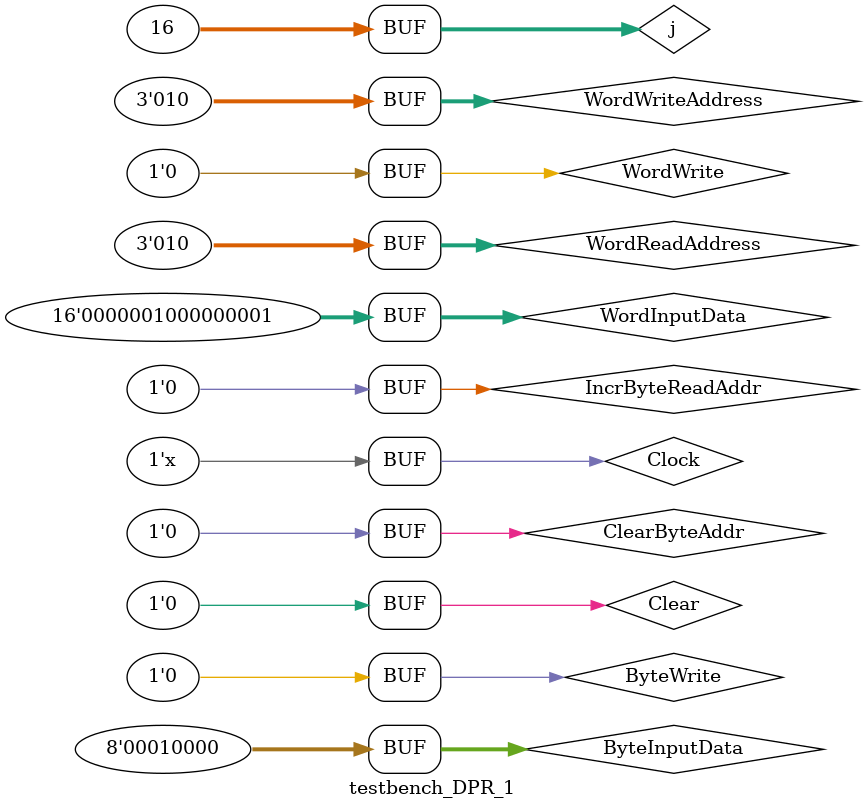
<source format=v>

/*
    testbench_DPR_1 - testbench for Dual Port RAM
*/    

/*
	Simulation system asserts hard "Clear" for first 100ns
*/	

`timescale 1ns / 1ps

module testbench_DPR_1;

    localparam l2depth = 3; // (2 ^ l2depth) = number of words (not bytes) stored
	
    localparam l2width = 1; // 2 => 4 bytes, 32 bits
	                        // 1 => 2 bytes, 16 bits
							// 0 => 1 byte,   8 bits
							
    localparam WC = (1 << l2depth); // word count
    localparam BC = (1 << l2depth) * (1 << l2width); // byte count
    							
    reg Clock = 0;
	reg Clear = 0;
	
    reg  [8 * (1 << l2width) - 1 : 0] WordInputData = 32'h0201;
    wire [8 * (1 << l2width) - 1 : 0] WordOutputData;

	reg [l2depth - 1 : 0] WordReadAddress;
	reg [l2depth - 1 : 0] WordWriteAddress;

    reg  WordWrite = 0;
    wire SWordWrite;

    reg  [7:0] ByteInputData = 8'h10;
    wire [7:0] ByteOutputData;

    reg  ByteWrite = 0;
    wire SByteWrite;
    
    reg  IncrByteReadAddr = 0;
    wire SIncrByteReadAddr;
    
    wire Last;

    reg  ClearByteAddr = 0;
    wire SClearByteAddr;

	DualPortRAM #(.L2Width (l2width), .L2Depth (l2depth))
              U1 (.Clk (Clock),
				  .ByteWriteData  (ByteInputData),
				  .ByteWriteCycle (SByteWrite),
				  .ByteReadData   (ByteOutputData),
				  .IncrByteAddr   (SIncrByteReadAddr),
				  .ClearByteAddr  (SClearByteAddr),
				  .LastAddr       (Last),
				  .WordWriteData  (WordInputData),
		          .WordWriteCycle (SWordWrite),
				  .WordWriteAddr  (WordWriteAddress),
			      .WordReadData   (WordOutputData),
				  .WordReadAddr   (WordReadAddress));
                      
    SyncOneShot U2 (.trigger (ByteWrite),        .clk (Clock), .clr (Clear), .Q (SByteWrite)), 
                U3 (.trigger (IncrByteReadAddr), .clk (Clock), .clr (Clear), .Q (SIncrByteReadAddr)),
                U4 (.trigger (WordWrite),        .clk (Clock), .clr (Clear), .Q (SWordWrite)),      
                U6 (.trigger (ClearByteAddr),    .clk (Clock), .clr (Clear), .Q (SClearByteAddr));      


    //
    // test bench initializations
    //    
    initial
    begin
        $display ("module: %m");
        //$monitor ($time, " out data ready %d, out data 0x%h", outDataReady, outputData);
            
            Clear = 1;
        #50 Clear = 0;
    end

    //
    // clock period
    //
    always
        #5 Clock = ~Clock;  
        
    //
    // test run
    //

    integer j;
    
    initial
    begin
        
        #112   // wait for "clear" to go away
        
    //******************************************************************

            ClearByteAddr = 1;
        #60 ClearByteAddr = 0;
                
        for (j=0; j<BC; j=j+1) 
        begin
            #10 ByteWrite = 1;
            #60 ByteWrite = 0;
            #40 ByteInputData = ByteInputData + 1;
        end

            WordReadAddress = 2;
            WordWriteAddress = 2;

        #10 WordInputData = WordOutputData + 16'he0e0;
        #10 WordWrite = 1;
        #60 WordWrite = 0;

            ClearByteAddr = 1;
        #60 ClearByteAddr = 0;
                
        for (j=0; j<BC; j=j+1)
        begin
            #10 IncrByteReadAddr = 1;
            #60 IncrByteReadAddr = 0;
        end
        
    end

endmodule

</source>
